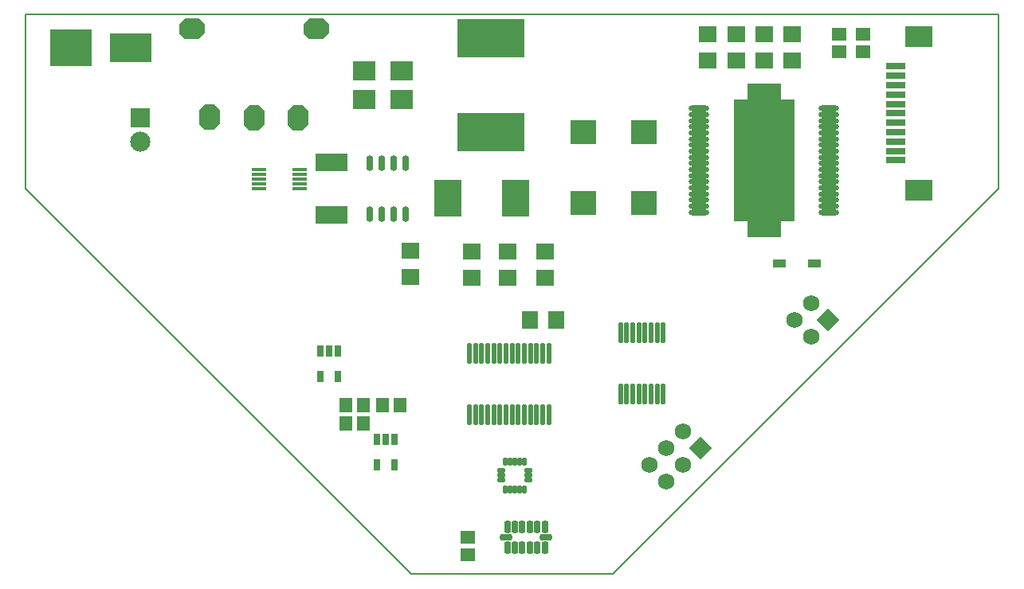
<source format=gts>
%FSLAX44Y44*%
%MOMM*%
G71*
G01*
G75*
G04 Layer_Color=8388736*
%ADD10R,1.3000X1.5000*%
%ADD11O,0.6000X1.5000*%
%ADD12R,2.8000X2.1000*%
%ADD13R,2.0000X0.6100*%
G04:AMPARAMS|DCode=14|XSize=1.145mm|YSize=0.55mm|CornerRadius=0.1375mm|HoleSize=0mm|Usage=FLASHONLY|Rotation=270.000|XOffset=0mm|YOffset=0mm|HoleType=Round|Shape=RoundedRectangle|*
%AMROUNDEDRECTD14*
21,1,1.1450,0.2750,0,0,270.0*
21,1,0.8700,0.5500,0,0,270.0*
1,1,0.2750,-0.1375,-0.4350*
1,1,0.2750,-0.1375,0.4350*
1,1,0.2750,0.1375,0.4350*
1,1,0.2750,0.1375,-0.4350*
%
%ADD14ROUNDEDRECTD14*%
G04:AMPARAMS|DCode=15|XSize=1.145mm|YSize=0.55mm|CornerRadius=0.1375mm|HoleSize=0mm|Usage=FLASHONLY|Rotation=0.000|XOffset=0mm|YOffset=0mm|HoleType=Round|Shape=RoundedRectangle|*
%AMROUNDEDRECTD15*
21,1,1.1450,0.2750,0,0,0.0*
21,1,0.8700,0.5500,0,0,0.0*
1,1,0.2750,0.4350,-0.1375*
1,1,0.2750,-0.4350,-0.1375*
1,1,0.2750,-0.4350,0.1375*
1,1,0.2750,0.4350,0.1375*
%
%ADD15ROUNDEDRECTD15*%
G04:AMPARAMS|DCode=16|XSize=0.3mm|YSize=0.75mm|CornerRadius=0.075mm|HoleSize=0mm|Usage=FLASHONLY|Rotation=90.000|XOffset=0mm|YOffset=0mm|HoleType=Round|Shape=RoundedRectangle|*
%AMROUNDEDRECTD16*
21,1,0.3000,0.6000,0,0,90.0*
21,1,0.1500,0.7500,0,0,90.0*
1,1,0.1500,0.3000,0.0750*
1,1,0.1500,0.3000,-0.0750*
1,1,0.1500,-0.3000,-0.0750*
1,1,0.1500,-0.3000,0.0750*
%
%ADD16ROUNDEDRECTD16*%
G04:AMPARAMS|DCode=17|XSize=0.3mm|YSize=0.75mm|CornerRadius=0.075mm|HoleSize=0mm|Usage=FLASHONLY|Rotation=0.000|XOffset=0mm|YOffset=0mm|HoleType=Round|Shape=RoundedRectangle|*
%AMROUNDEDRECTD17*
21,1,0.3000,0.6000,0,0,0.0*
21,1,0.1500,0.7500,0,0,0.0*
1,1,0.1500,0.0750,-0.3000*
1,1,0.1500,-0.0750,-0.3000*
1,1,0.1500,-0.0750,0.3000*
1,1,0.1500,0.0750,0.3000*
%
%ADD17ROUNDEDRECTD17*%
%ADD18R,0.6000X1.0500*%
%ADD19R,1.4000X0.2800*%
%ADD20O,0.4000X2.1500*%
%ADD21O,0.4000X2.1500*%
%ADD22R,3.2000X1.8000*%
%ADD23R,1.8000X1.6000*%
%ADD24R,1.5000X1.3000*%
%ADD25R,7.0000X4.0000*%
%ADD26R,2.8000X3.8000*%
%ADD27R,1.2000X0.7000*%
%ADD28R,2.6000X2.4000*%
%ADD29R,2.2000X2.0000*%
%ADD30R,1.6000X1.8000*%
%ADD31R,4.2400X3.8100*%
%ADD32R,4.2400X3.0000*%
%ADD33O,2.0000X0.4600*%
%ADD34R,6.4000X10.0000*%
%ADD35R,3.4000X3.1000*%
%ADD36R,1.5000X1.5000*%
%ADD37C,0.4000*%
%ADD38C,0.2000*%
%ADD39C,0.5080*%
%ADD40C,0.3000*%
%ADD41C,0.5000*%
%ADD42C,0.3810*%
%ADD43C,1.0000*%
%ADD44C,0.2794*%
%ADD45C,0.3556*%
%ADD46C,2.0000*%
%ADD47C,0.4572*%
%ADD48C,1.5000*%
%ADD49C,0.1778*%
%ADD50P,2.2627X4X270.0*%
%ADD51C,1.6000*%
%ADD52C,1.0000*%
G04:AMPARAMS|DCode=53|XSize=2.5mm|YSize=2mm|CornerRadius=0mm|HoleSize=0mm|Usage=FLASHONLY|Rotation=0.000|XOffset=0mm|YOffset=0mm|HoleType=Round|Shape=Octagon|*
%AMOCTAGOND53*
4,1,8,1.2500,-0.5000,1.2500,0.5000,0.7500,1.0000,-0.7500,1.0000,-1.2500,0.5000,-1.2500,-0.5000,-0.7500,-1.0000,0.7500,-1.0000,1.2500,-0.5000,0.0*
%
%ADD53OCTAGOND53*%

G04:AMPARAMS|DCode=54|XSize=2.5mm|YSize=2mm|CornerRadius=0mm|HoleSize=0mm|Usage=FLASHONLY|Rotation=270.000|XOffset=0mm|YOffset=0mm|HoleType=Round|Shape=Octagon|*
%AMOCTAGOND54*
4,1,8,-0.5000,-1.2500,0.5000,-1.2500,1.0000,-0.7500,1.0000,0.7500,0.5000,1.2500,-0.5000,1.2500,-1.0000,0.7500,-1.0000,-0.7500,-0.5000,-1.2500,0.0*
%
%ADD54OCTAGOND54*%

%ADD55C,2.0000*%
%ADD56R,2.0000X2.0000*%
%ADD57C,0.6000*%
%ADD58C,0.7500*%
%ADD59R,0.5500X1.0000*%
%ADD60C,0.2500*%
%ADD61C,0.0208*%
%ADD62C,0.1000*%
%ADD63C,0.1524*%
%ADD64C,0.1200*%
%ADD65C,0.2200*%
%ADD66C,0.2800*%
%ADD67R,0.5500X1.4000*%
%ADD68R,1.4500X1.6500*%
%ADD69O,0.7500X1.6500*%
%ADD70R,2.9500X2.2500*%
%ADD71R,2.1500X0.7600*%
G04:AMPARAMS|DCode=72|XSize=1.295mm|YSize=0.7mm|CornerRadius=0.2125mm|HoleSize=0mm|Usage=FLASHONLY|Rotation=270.000|XOffset=0mm|YOffset=0mm|HoleType=Round|Shape=RoundedRectangle|*
%AMROUNDEDRECTD72*
21,1,1.2950,0.2750,0,0,270.0*
21,1,0.8700,0.7000,0,0,270.0*
1,1,0.4250,-0.1375,-0.4350*
1,1,0.4250,-0.1375,0.4350*
1,1,0.4250,0.1375,0.4350*
1,1,0.4250,0.1375,-0.4350*
%
%ADD72ROUNDEDRECTD72*%
G04:AMPARAMS|DCode=73|XSize=1.295mm|YSize=0.7mm|CornerRadius=0.2125mm|HoleSize=0mm|Usage=FLASHONLY|Rotation=0.000|XOffset=0mm|YOffset=0mm|HoleType=Round|Shape=RoundedRectangle|*
%AMROUNDEDRECTD73*
21,1,1.2950,0.2750,0,0,0.0*
21,1,0.8700,0.7000,0,0,0.0*
1,1,0.4250,0.4350,-0.1375*
1,1,0.4250,-0.4350,-0.1375*
1,1,0.4250,-0.4350,0.1375*
1,1,0.4250,0.4350,0.1375*
%
%ADD73ROUNDEDRECTD73*%
G04:AMPARAMS|DCode=74|XSize=0.45mm|YSize=0.9mm|CornerRadius=0.15mm|HoleSize=0mm|Usage=FLASHONLY|Rotation=90.000|XOffset=0mm|YOffset=0mm|HoleType=Round|Shape=RoundedRectangle|*
%AMROUNDEDRECTD74*
21,1,0.4500,0.6000,0,0,90.0*
21,1,0.1500,0.9000,0,0,90.0*
1,1,0.3000,0.3000,0.0750*
1,1,0.3000,0.3000,-0.0750*
1,1,0.3000,-0.3000,-0.0750*
1,1,0.3000,-0.3000,0.0750*
%
%ADD74ROUNDEDRECTD74*%
G04:AMPARAMS|DCode=75|XSize=0.45mm|YSize=0.9mm|CornerRadius=0.15mm|HoleSize=0mm|Usage=FLASHONLY|Rotation=0.000|XOffset=0mm|YOffset=0mm|HoleType=Round|Shape=RoundedRectangle|*
%AMROUNDEDRECTD75*
21,1,0.4500,0.6000,0,0,0.0*
21,1,0.1500,0.9000,0,0,0.0*
1,1,0.3000,0.0750,-0.3000*
1,1,0.3000,-0.0750,-0.3000*
1,1,0.3000,-0.0750,0.3000*
1,1,0.3000,0.0750,0.3000*
%
%ADD75ROUNDEDRECTD75*%
%ADD76R,0.7500X1.2000*%
%ADD77R,1.5500X0.4300*%
%ADD78O,0.5500X2.3000*%
%ADD79O,0.5500X2.3000*%
%ADD80R,3.3500X1.9500*%
%ADD81R,1.9500X1.7500*%
%ADD82R,1.6500X1.4500*%
%ADD83R,7.1500X4.1500*%
%ADD84R,2.9500X3.9500*%
%ADD85R,1.3500X0.8500*%
%ADD86R,2.7500X2.5500*%
%ADD87R,2.3500X2.1500*%
%ADD88R,1.7500X1.9500*%
%ADD89R,4.3900X3.9600*%
%ADD90R,4.3900X3.1500*%
%ADD91O,2.1500X0.6100*%
%ADD92R,6.5500X10.1500*%
%ADD93R,3.5500X3.2500*%
%ADD94R,1.6500X1.6500*%
%ADD95P,2.4749X4X270.0*%
%ADD96C,1.7500*%
%ADD97C,1.1500*%
G04:AMPARAMS|DCode=98|XSize=2.65mm|YSize=2.15mm|CornerRadius=0mm|HoleSize=0mm|Usage=FLASHONLY|Rotation=0.000|XOffset=0mm|YOffset=0mm|HoleType=Round|Shape=Octagon|*
%AMOCTAGOND98*
4,1,8,1.3250,-0.5375,1.3250,0.5375,0.7875,1.0750,-0.7875,1.0750,-1.3250,0.5375,-1.3250,-0.5375,-0.7875,-1.0750,0.7875,-1.0750,1.3250,-0.5375,0.0*
%
%ADD98OCTAGOND98*%

G04:AMPARAMS|DCode=99|XSize=2.65mm|YSize=2.15mm|CornerRadius=0mm|HoleSize=0mm|Usage=FLASHONLY|Rotation=270.000|XOffset=0mm|YOffset=0mm|HoleType=Round|Shape=Octagon|*
%AMOCTAGOND99*
4,1,8,-0.5375,-1.3250,0.5375,-1.3250,1.0750,-0.7875,1.0750,0.7875,0.5375,1.3250,-0.5375,1.3250,-1.0750,0.7875,-1.0750,-0.7875,-0.5375,-1.3250,0.0*
%
%ADD99OCTAGOND99*%

%ADD100C,2.1500*%
%ADD101R,2.1500X2.1500*%
%ADD102C,0.1500*%
D38*
X600000Y110000D02*
X707000D01*
X814000D02*
X1224000Y520000D01*
X190000D02*
X600000Y110000D01*
X1224000Y520000D02*
Y705000D01*
X190000Y520000D02*
Y705000D01*
X1224000D01*
X707000Y110000D02*
X814000D01*
D68*
X588500Y290000D02*
D03*
X569500D02*
D03*
X530500Y270000D02*
D03*
X549500D02*
D03*
X549500Y290000D02*
D03*
X530500D02*
D03*
D69*
X555950Y546965D02*
D03*
X568650D02*
D03*
X581350D02*
D03*
Y493035D02*
D03*
X568650D02*
D03*
X555950D02*
D03*
X594050D02*
D03*
Y546965D02*
D03*
D70*
X1139000Y681500D02*
D03*
Y518500D02*
D03*
D71*
X1115000Y650000D02*
D03*
Y640000D02*
D03*
Y630000D02*
D03*
Y620000D02*
D03*
Y610000D02*
D03*
Y600000D02*
D03*
Y590000D02*
D03*
Y580000D02*
D03*
Y570000D02*
D03*
Y560000D02*
D03*
Y550000D02*
D03*
D72*
X742000Y159975D02*
D03*
X734000D02*
D03*
X726000D02*
D03*
X718000D02*
D03*
X710000D02*
D03*
X702000D02*
D03*
Y138025D02*
D03*
X710000D02*
D03*
X718000D02*
D03*
X726000D02*
D03*
X734000D02*
D03*
X742000D02*
D03*
D73*
X742975Y149000D02*
D03*
X701025D02*
D03*
D74*
X695250Y215000D02*
D03*
X695250Y220000D02*
D03*
X695250Y210000D02*
D03*
X724750D02*
D03*
Y220000D02*
D03*
Y215000D02*
D03*
D75*
X720000Y200250D02*
D03*
X715000D02*
D03*
X710000D02*
D03*
X705000D02*
D03*
X700000D02*
D03*
Y229750D02*
D03*
X705000D02*
D03*
X710000D02*
D03*
X715000D02*
D03*
X720000D02*
D03*
D76*
X503500Y347500D02*
D03*
X513000D02*
D03*
X522500D02*
D03*
X503500Y320500D02*
D03*
X522500D02*
D03*
X563500Y253500D02*
D03*
X573000D02*
D03*
X582500D02*
D03*
X563500Y226500D02*
D03*
X582500D02*
D03*
D77*
X481400Y540000D02*
D03*
Y535000D02*
D03*
Y530000D02*
D03*
Y520000D02*
D03*
Y525000D02*
D03*
X438600D02*
D03*
Y520000D02*
D03*
Y530000D02*
D03*
Y535000D02*
D03*
Y540000D02*
D03*
D78*
X822250Y301250D02*
D03*
X661750Y279250D02*
D03*
D79*
X828750Y301250D02*
D03*
X835250D02*
D03*
X841750D02*
D03*
X848250D02*
D03*
X854750D02*
D03*
X861250D02*
D03*
X867750D02*
D03*
X822250Y366750D02*
D03*
X828750D02*
D03*
X835250D02*
D03*
X841750D02*
D03*
X848250D02*
D03*
X854750D02*
D03*
X861250D02*
D03*
X867750D02*
D03*
X668250Y279250D02*
D03*
X674750D02*
D03*
X681250D02*
D03*
X687750D02*
D03*
X694250D02*
D03*
X700750D02*
D03*
X707250D02*
D03*
X713750D02*
D03*
X720250D02*
D03*
X661750Y344750D02*
D03*
X668250D02*
D03*
X674750D02*
D03*
X681250D02*
D03*
X687750D02*
D03*
X694250D02*
D03*
X700750D02*
D03*
X707250D02*
D03*
X713750D02*
D03*
X720250D02*
D03*
X746250Y279250D02*
D03*
X739750D02*
D03*
X733250D02*
D03*
X726750D02*
D03*
X746250Y344750D02*
D03*
X739750D02*
D03*
X733250D02*
D03*
X726750D02*
D03*
D80*
X515000Y548000D02*
D03*
Y492000D02*
D03*
D81*
X915000Y656000D02*
D03*
Y684000D02*
D03*
X945000Y656000D02*
D03*
Y684000D02*
D03*
X975000Y656000D02*
D03*
Y684000D02*
D03*
X1005000Y656000D02*
D03*
Y684000D02*
D03*
X599000Y454000D02*
D03*
Y426000D02*
D03*
X742000Y453000D02*
D03*
Y425000D02*
D03*
X702000Y453000D02*
D03*
Y425000D02*
D03*
X664000Y453000D02*
D03*
Y425000D02*
D03*
D82*
X1055000Y665500D02*
D03*
Y684500D02*
D03*
X660000Y130500D02*
D03*
Y149500D02*
D03*
X1080000Y665500D02*
D03*
Y684500D02*
D03*
D83*
X685000Y680000D02*
D03*
Y580000D02*
D03*
D84*
X639000Y510000D02*
D03*
X711000D02*
D03*
D85*
X1028500Y440000D02*
D03*
X991500D02*
D03*
D86*
X783000Y505000D02*
D03*
X847000D02*
D03*
X783000Y580000D02*
D03*
X847000D02*
D03*
D87*
X590000Y615000D02*
D03*
Y645000D02*
D03*
X550000D02*
D03*
Y615000D02*
D03*
D88*
X726000Y380000D02*
D03*
X754000D02*
D03*
D89*
X238200Y670000D02*
D03*
D90*
X301800D02*
D03*
D91*
X1044000Y494750D02*
D03*
Y501250D02*
D03*
Y507750D02*
D03*
Y527250D02*
D03*
Y520750D02*
D03*
Y514250D02*
D03*
Y553250D02*
D03*
Y559750D02*
D03*
Y566250D02*
D03*
Y546750D02*
D03*
Y540250D02*
D03*
Y533750D02*
D03*
Y592250D02*
D03*
Y598750D02*
D03*
Y605250D02*
D03*
Y585750D02*
D03*
Y579250D02*
D03*
Y572750D02*
D03*
X906000D02*
D03*
Y579250D02*
D03*
Y585750D02*
D03*
Y605250D02*
D03*
Y598750D02*
D03*
Y592250D02*
D03*
Y533750D02*
D03*
Y540250D02*
D03*
Y546750D02*
D03*
Y566250D02*
D03*
Y559750D02*
D03*
Y553250D02*
D03*
Y514250D02*
D03*
Y520750D02*
D03*
Y527250D02*
D03*
Y507750D02*
D03*
Y501250D02*
D03*
Y494750D02*
D03*
D92*
X975000Y550000D02*
D03*
D93*
Y484500D02*
D03*
Y615500D02*
D03*
D94*
X950500Y607500D02*
D03*
X999500D02*
D03*
Y492500D02*
D03*
X950500D02*
D03*
D95*
X906941Y243980D02*
D03*
X1042961Y380000D02*
D03*
D96*
X888980Y226020D02*
D03*
X871020Y208059D02*
D03*
X853059Y226020D02*
D03*
X871020Y243980D02*
D03*
X888980Y261941D02*
D03*
X1025000Y362039D02*
D03*
X1007039Y380000D02*
D03*
X1025000Y397961D02*
D03*
D97*
X987500Y600000D02*
D03*
X962500D02*
D03*
X975000D02*
D03*
X1000000Y575000D02*
D03*
X987500D02*
D03*
X975000D02*
D03*
X962500D02*
D03*
X950000D02*
D03*
X1000000Y550000D02*
D03*
X987500D02*
D03*
X975000D02*
D03*
X962500D02*
D03*
X950000D02*
D03*
X987500Y500000D02*
D03*
X975000D02*
D03*
X962500D02*
D03*
X1000000Y525000D02*
D03*
X987500D02*
D03*
X975000D02*
D03*
X962500D02*
D03*
X950000D02*
D03*
D98*
X366970Y690250D02*
D03*
X499050D02*
D03*
D99*
X386000Y596000D02*
D03*
X433000Y595000D02*
D03*
X480000D02*
D03*
D100*
X312000Y570000D02*
D03*
D101*
Y595000D02*
D03*
D102*
X1080000Y440000D02*
D03*
X332000D02*
D03*
X600000Y175000D02*
D03*
X810000D02*
D03*
M02*

</source>
